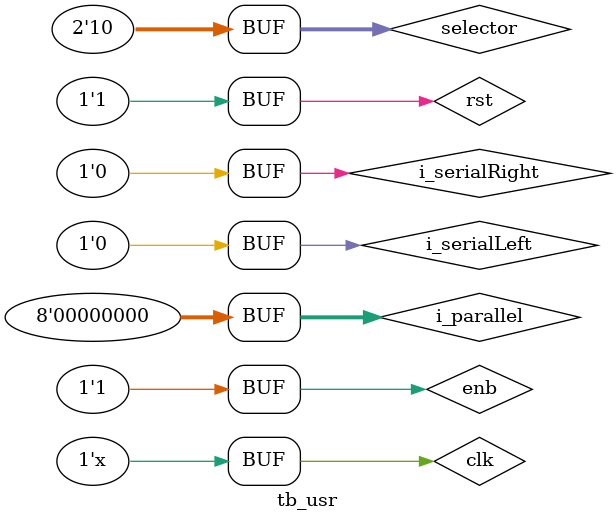
<source format=sv>

module tb_usr #(
    parameter DW  = 8
    )();

    logic           clk;
    logic           rst;
    logic           enb;
    logic [1:0]     selector;
    logic           i_serialLeft;
    logic           i_serialRight;
    logic [DW-1:0]  i_parallel;
    
    logic [DW-1:0]  out;


usr USR(
    .clock          (clk),
    .reset          (rst),
    .enb            (enb),
    .selector       (selector),
    .i_serialLeft   (i_serialLeft),
    .i_serialRight  (i_serialRight),
    .i_parallel     (i_parallel),
    
    .out(out)
);

initial begin

            clk             = 0;
            enb             = 0;

    #1      rst             = 0;
    #2      rst             = 1;
            enb             = 1;

            i_serialLeft    = 0;
            i_serialRight   = 0;
            i_parallel      = 4'b0111;
            selector        = 3;

    #10;
            selector        = 0;

    #4;
            selector        = 1;
    #4      i_serialLeft    = 0;
    #9      i_serialRight   = 1;
    #2      i_serialRight   = 0;
    #3      i_parallel      = 4'b0000;
    
    #12;
            
            selector        = 3;
            i_serialLeft    = 0;
            i_serialRight   = 0;
    #2      i_parallel      = 4'b1001;

    #10;
            selector        = 0;

    #4;
            selector        = 2;
    #7      i_serialRight   = 0;
    #2      i_serialLeft    = 1;
    #2      i_serialLeft    = 0;
    #2      i_parallel      = 4'b0000;
  

   
end

always begin
    #1 clk <= ~clk;
end

endmodule


</source>
